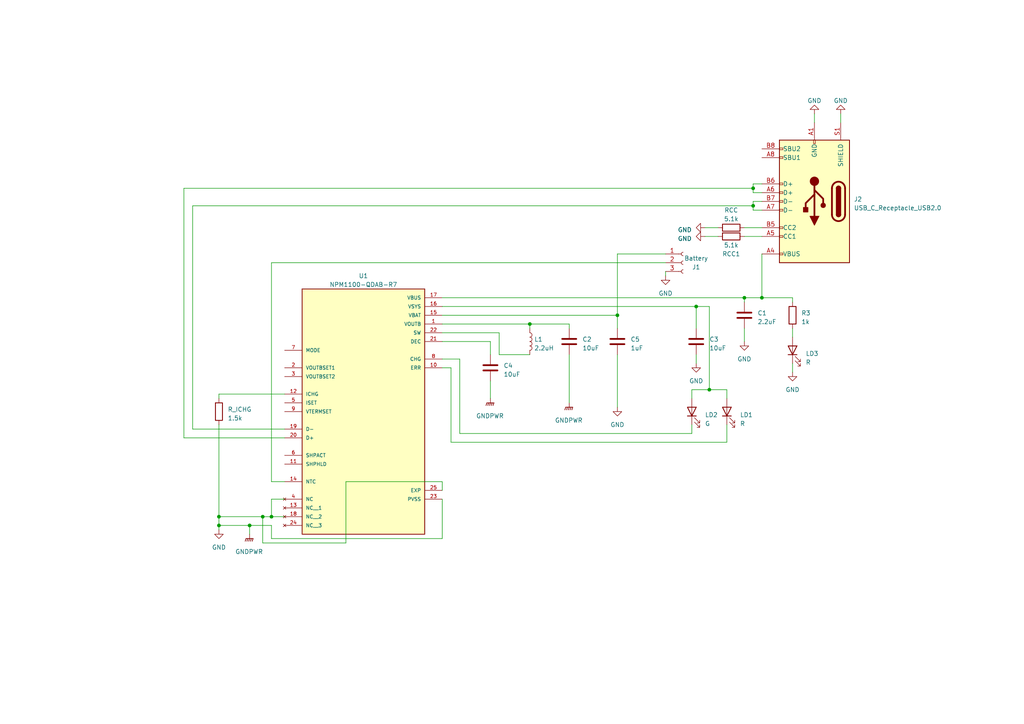
<source format=kicad_sch>
(kicad_sch (version 20230121) (generator eeschema)
  (paper "A4")
  (lib_symbols
    (symbol "Connector:Conn_01x03_Socket" (pin_names (offset 1.016) hide)
      (property "Reference" "J" (at 0 5.08 0))
      (property "Value" "Conn_01x03_Socket" (at 0 -5.08 0))
      (symbol "Conn_01x03_Socket_1_1"
        (arc (start 0 -2.032) (mid -0.5058 -2.54) (end 0 -3.048) (stroke (width 0.1524)))
        (polyline (pts (xy -1.27 -2.54) (xy -0.508 -2.54)) (stroke (width 0.1524)))
        (polyline (pts (xy -1.27 0) (xy -0.508 0)) (stroke (width 0.1524)))
        (polyline (pts (xy -1.27 2.54) (xy -0.508 2.54)) (stroke (width 0.1524)))
        (arc (start 0 0.508) (mid -0.5058 0) (end 0 -0.508) (stroke (width 0.1524)))
        (arc (start 0 3.048) (mid -0.5058 2.54) (end 0 2.032) (stroke (width 0.1524)))
        (pin passive line (at -5.08 2.54 0) (length 3.81) (name "Pin_1") (number "1"))
        (pin passive line (at -5.08 0 0) (length 3.81) (name "Pin_2") (number "2"))
        (pin passive line (at -5.08 -2.54 0) (length 3.81) (name "Pin_3") (number "3"))
      )
    )
    (symbol "Connector:USB_C_Receptacle_USB2.0" (pin_names (offset 1.016))
      (property "Reference" "J" (at -10.16 19.05 0))
      (property "Value" "USB_C_Receptacle_USB2.0" (at 19.05 19.05 0))
      (symbol "USB_C_Receptacle_USB2.0_0_0"
        (rectangle (start -0.254 -17.78) (end 0.254 -16.764))
        (rectangle (start 10.16 -14.986) (end 9.144 -15.494))
        (rectangle (start 10.16 -12.446) (end 9.144 -12.954))
        (rectangle (start 10.16 -4.826) (end 9.144 -5.334))
        (rectangle (start 10.16 -2.286) (end 9.144 -2.794))
        (rectangle (start 10.16 0.254) (end 9.144 -0.254))
        (rectangle (start 10.16 2.794) (end 9.144 2.286))
        (rectangle (start 10.16 7.874) (end 9.144 7.366))
        (rectangle (start 10.16 10.414) (end 9.144 9.906))
        (rectangle (start 10.16 15.494) (end 9.144 14.986))
      )
      (symbol "USB_C_Receptacle_USB2.0_0_1"
        (rectangle (start -10.16 17.78) (end 10.16 -17.78) (stroke (width 0.254)) (fill (type background)))
        (arc (start -8.89 -3.81) (mid -6.985 -5.7067) (end -5.08 -3.81) (stroke (width 0.508)))
        (arc (start -7.62 -3.81) (mid -6.985 -4.4423) (end -6.35 -3.81) (stroke (width 0.254)))
        (arc (start -7.62 -3.81) (mid -6.985 -4.4423) (end -6.35 -3.81) (stroke (width 0.254)) (fill (type outline)))
        (rectangle (start -7.62 -3.81) (end -6.35 3.81) (stroke (width 0.254)) (fill (type outline)))
        (arc (start -6.35 3.81) (mid -6.985 4.4423) (end -7.62 3.81) (stroke (width 0.254)))
        (arc (start -6.35 3.81) (mid -6.985 4.4423) (end -7.62 3.81) (stroke (width 0.254)) (fill (type outline)))
        (arc (start -5.08 3.81) (mid -6.985 5.7067) (end -8.89 3.81) (stroke (width 0.508)))
        (circle (center -2.54 1.143) (radius 0.635) (stroke (width 0.254)) (fill (type outline)))
        (circle (center 0 -5.842) (radius 1.27) (fill (type outline)))
        (polyline (pts (xy -8.89 -3.81) (xy -8.89 3.81)) (stroke (width 0.508)))
        (polyline (pts (xy -5.08 3.81) (xy -5.08 -3.81)) (stroke (width 0.508)))
        (polyline (pts (xy 0 -5.842) (xy 0 4.318)) (stroke (width 0.508)))
        (polyline (pts (xy 0 -3.302) (xy -2.54 -0.762) (xy -2.54 0.508)) (stroke (width 0.508)))
        (polyline (pts (xy 0 -2.032) (xy 2.54 0.508) (xy 2.54 1.778)) (stroke (width 0.508)))
        (polyline (pts (xy -1.27 4.318) (xy 0 6.858) (xy 1.27 4.318) (xy -1.27 4.318)) (stroke (width 0.254)) (fill (type outline)))
        (rectangle (start 1.905 1.778) (end 3.175 3.048) (stroke (width 0.254)) (fill (type outline)))
      )
      (symbol "USB_C_Receptacle_USB2.0_1_1"
        (pin passive line (at 0 -22.86 90) (length 5.08) (name "GND") (number "A1"))
        (pin passive line (at 0 -22.86 90) (length 5.08) hide (name "GND") (number "A12"))
        (pin passive line (at 15.24 15.24 180) (length 5.08) (name "VBUS") (number "A4"))
        (pin bidirectional line (at 15.24 10.16 180) (length 5.08) (name "CC1") (number "A5"))
        (pin bidirectional line (at 15.24 -2.54 180) (length 5.08) (name "D+") (number "A6"))
        (pin bidirectional line (at 15.24 2.54 180) (length 5.08) (name "D-") (number "A7"))
        (pin bidirectional line (at 15.24 -12.7 180) (length 5.08) (name "SBU1") (number "A8"))
        (pin passive line (at 15.24 15.24 180) (length 5.08) hide (name "VBUS") (number "A9"))
        (pin passive line (at 0 -22.86 90) (length 5.08) hide (name "GND") (number "B1"))
        (pin passive line (at 0 -22.86 90) (length 5.08) hide (name "GND") (number "B12"))
        (pin passive line (at 15.24 15.24 180) (length 5.08) hide (name "VBUS") (number "B4"))
        (pin bidirectional line (at 15.24 7.62 180) (length 5.08) (name "CC2") (number "B5"))
        (pin bidirectional line (at 15.24 -5.08 180) (length 5.08) (name "D+") (number "B6"))
        (pin bidirectional line (at 15.24 0 180) (length 5.08) (name "D-") (number "B7"))
        (pin bidirectional line (at 15.24 -15.24 180) (length 5.08) (name "SBU2") (number "B8"))
        (pin passive line (at 15.24 15.24 180) (length 5.08) hide (name "VBUS") (number "B9"))
        (pin passive line (at -7.62 -22.86 90) (length 5.08) (name "SHIELD") (number "S1"))
      )
    )
    (symbol "Device:C" (pin_numbers hide) (pin_names (offset 0.254))
      (property "Reference" "C" (at 0.635 2.54 0))
      (property "Value" "C" (at 0.635 -2.54 0))
      (symbol "C_0_1"
        (polyline (pts (xy -2.032 -0.762) (xy 2.032 -0.762)) (stroke (width 0.508)))
        (polyline (pts (xy -2.032 0.762) (xy 2.032 0.762)) (stroke (width 0.508)))
      )
      (symbol "C_1_1"
        (pin passive line (at 0 3.81 270) (length 2.794) (name "~") (number "1"))
        (pin passive line (at 0 -3.81 90) (length 2.794) (name "~") (number "2"))
      )
    )
    (symbol "Device:L" (pin_numbers hide) (pin_names (offset 1.016) hide)
      (property "Reference" "L" (at -1.27 0 90))
      (property "Value" "L" (at 1.905 0 90))
      (symbol "L_0_1"
        (arc (start 0 -2.54) (mid 0.6323 -1.905) (end 0 -1.27))
        (arc (start 0 -1.27) (mid 0.6323 -0.635) (end 0 0))
        (arc (start 0 0) (mid 0.6323 0.635) (end 0 1.27))
        (arc (start 0 1.27) (mid 0.6323 1.905) (end 0 2.54))
      )
      (symbol "L_1_1"
        (pin passive line (at 0 3.81 270) (length 1.27) (name "1") (number "1"))
        (pin passive line (at 0 -3.81 90) (length 1.27) (name "2") (number "2"))
      )
    )
    (symbol "Device:LED" (pin_numbers hide) (pin_names (offset 1.016) hide)
      (property "Reference" "D" (at 0 2.54 0))
      (property "Value" "LED" (at 0 -2.54 0))
      (symbol "LED_0_1"
        (polyline (pts (xy -1.27 -1.27) (xy -1.27 1.27)) (stroke (width 0.254)))
        (polyline (pts (xy -1.27 0) (xy 1.27 0)))
        (polyline (pts (xy 1.27 -1.27) (xy 1.27 1.27) (xy -1.27 0) (xy 1.27 -1.27)) (stroke (width 0.254)))
        (polyline (pts (xy -3.048 -0.762) (xy -4.572 -2.286) (xy -3.81 -2.286) (xy -4.572 -2.286) (xy -4.572 -1.524)))
        (polyline (pts (xy -1.778 -0.762) (xy -3.302 -2.286) (xy -2.54 -2.286) (xy -3.302 -2.286) (xy -3.302 -1.524)))
      )
      (symbol "LED_1_1"
        (pin passive line (at -3.81 0 0) (length 2.54) (name "K") (number "1"))
        (pin passive line (at 3.81 0 180) (length 2.54) (name "A") (number "2"))
      )
    )
    (symbol "Device:R" (pin_numbers hide) (pin_names (offset 0))
      (property "Reference" "R" (at 2.032 0 90))
      (property "Value" "R" (at 0 0 90))
      (symbol "R_0_1"
        (rectangle (start -1.016 -2.54) (end 1.016 2.54) (stroke (width 0.254)))
      )
      (symbol "R_1_1"
        (pin passive line (at 0 3.81 270) (length 1.27) (name "~") (number "1"))
        (pin passive line (at 0 -3.81 90) (length 1.27) (name "~") (number "2"))
      )
    )
    (symbol "nPM1100:NPM1100-QDAB-R7" (pin_names (offset 1.016))
      (property "Reference" "U" (at -17.78 35.56 0))
      (property "Value" "NPM1100-QDAB-R7" (at -17.78 -40.64 0))
      (symbol "NPM1100-QDAB-R7_0_0"
        (rectangle (start -17.78 -38.1) (end 17.78 33.02) (stroke (width 0.254)) (fill (type background)))
        (pin power_in line (at 22.86 22.86 180) (length 5.08) (name "VOUTB") (number "1"))
        (pin output line (at 22.86 10.16 180) (length 5.08) (name "ERR") (number "10"))
        (pin bidirectional line (at -22.86 -17.78 0) (length 5.08) (name "SHPHLD") (number "11"))
        (pin input line (at -22.86 2.54 0) (length 5.08) (name "ICHG") (number "12"))
        (pin no_connect line (at -22.86 -30.48 0) (length 5.08) (name "NC__1") (number "13"))
        (pin input line (at -22.86 -22.86 0) (length 5.08) (name "NTC") (number "14"))
        (pin power_in line (at 22.86 25.4 180) (length 5.08) (name "VBAT") (number "15"))
        (pin power_in line (at 22.86 27.94 180) (length 5.08) (name "VSYS") (number "16"))
        (pin power_in line (at 22.86 30.48 180) (length 5.08) (name "VBUS") (number "17"))
        (pin no_connect line (at -22.86 -33.02 0) (length 5.08) (name "NC__2") (number "18"))
        (pin input line (at -22.86 -7.62 0) (length 5.08) (name "D-") (number "19"))
        (pin bidirectional line (at -22.86 10.16 0) (length 5.08) (name "VOUTBSET1") (number "2"))
        (pin input line (at -22.86 -10.16 0) (length 5.08) (name "D+") (number "20"))
        (pin power_in line (at 22.86 17.78 180) (length 5.08) (name "DEC") (number "21"))
        (pin power_in line (at 22.86 20.32 180) (length 5.08) (name "SW") (number "22"))
        (pin power_in line (at 22.86 -27.94 180) (length 5.08) (name "PVSS") (number "23"))
        (pin no_connect line (at -22.86 -35.56 0) (length 5.08) (name "NC__3") (number "24"))
        (pin power_in line (at 22.86 -25.4 180) (length 5.08) (name "EXP") (number "25"))
        (pin bidirectional line (at -22.86 7.62 0) (length 5.08) (name "VOUTBSET2") (number "3"))
        (pin no_connect line (at -22.86 -27.94 0) (length 5.08) (name "NC") (number "4"))
        (pin bidirectional line (at -22.86 0 0) (length 5.08) (name "ISET") (number "5"))
        (pin bidirectional line (at -22.86 -15.24 0) (length 5.08) (name "SHPACT") (number "6"))
        (pin bidirectional line (at -22.86 15.24 0) (length 5.08) (name "MODE") (number "7"))
        (pin output line (at 22.86 12.7 180) (length 5.08) (name "CHG") (number "8"))
        (pin bidirectional line (at -22.86 -2.54 0) (length 5.08) (name "VTERMSET") (number "9"))
      )
    )
    (symbol "power:GND" (power) (pin_names (offset 0))
      (property "Value" "GND" (at 0 -3.81 0))
      (symbol "GND_0_1"
        (polyline (pts (xy 0 0) (xy 0 -1.27) (xy 1.27 -1.27) (xy 0 -2.54) (xy -1.27 -1.27) (xy 0 -1.27)))
      )
      (symbol "GND_1_1"
        (pin power_in line (at 0 0 270) (length 0) hide (name "GND") (number "1"))
      )
    )
    (symbol "power:GNDPWR" (power) (pin_names (offset 0))
      (property "Value" "GNDPWR" (at 0 -3.302 0))
      (symbol "GNDPWR_0_1"
        (polyline (pts (xy 0 -1.27) (xy 0 0)))
        (polyline (pts (xy -1.016 -1.27) (xy -1.27 -2.032) (xy -1.27 -2.032)) (stroke (width 0.2032)))
        (polyline (pts (xy -0.508 -1.27) (xy -0.762 -2.032) (xy -0.762 -2.032)) (stroke (width 0.2032)))
        (polyline (pts (xy 0 -1.27) (xy -0.254 -2.032) (xy -0.254 -2.032)) (stroke (width 0.2032)))
        (polyline (pts (xy 0.508 -1.27) (xy 0.254 -2.032) (xy 0.254 -2.032)) (stroke (width 0.2032)))
        (polyline (pts (xy 1.016 -1.27) (xy -1.016 -1.27) (xy -1.016 -1.27)) (stroke (width 0.2032)))
        (polyline (pts (xy 1.016 -1.27) (xy 0.762 -2.032) (xy 0.762 -2.032) (xy 0.762 -2.032)) (stroke (width 0.2032)))
      )
      (symbol "GNDPWR_1_1"
        (pin power_in line (at 0 0 270) (length 0) hide (name "GNDPWR") (number "1"))
      )
    )
  )
  (junction (at 205.74 113.03))
  (junction (at 78.74 149.86))
  (junction (at 63.5 149.86))
  (junction (at 179.07 91.44))
  (junction (at 76.2 149.86))
  (junction (at 63.5 152.4))
  (junction (at 215.9 86.36))
  (junction (at 72.39 152.4))
  (junction (at 201.93 88.9))
  (junction (at 220.98 86.36))
  (junction (at 218.44 59.69))
  (junction (at 218.44 54.61))
  (junction (at 153.67 93.98))
  (wire (pts (xy 229.87 95.25) (xy 229.87 97.79)))
  (wire (pts (xy 133.35 104.14) (xy 133.35 125.73)))
  (wire (pts (xy 63.5 123.19) (xy 63.5 149.86)))
  (wire (pts (xy 218.44 55.88) (xy 218.44 54.61)))
  (wire (pts (xy 229.87 105.41) (xy 229.87 107.95)))
  (wire (pts (xy 144.78 102.87) (xy 153.67 102.87)))
  (wire (pts (xy 165.1 95.25) (xy 165.1 93.98)))
  (wire (pts (xy 165.1 102.87) (xy 165.1 116.84)))
  (wire (pts (xy 220.98 60.96) (xy 218.44 60.96)))
  (wire (pts (xy 205.74 113.03) (xy 200.66 113.03)))
  (wire (pts (xy 128.27 156.21) (xy 78.74 156.21)))
  (wire (pts (xy 82.55 127) (xy 53.34 127)))
  (wire (pts (xy 63.5 152.4) (xy 72.39 152.4)))
  (wire (pts (xy 144.78 96.52) (xy 144.78 102.87)))
  (wire (pts (xy 243.84 33.02) (xy 243.84 35.56)))
  (wire (pts (xy 100.33 157.48) (xy 76.2 157.48)))
  (wire (pts (xy 220.98 86.36) (xy 215.9 86.36)))
  (wire (pts (xy 133.35 104.14) (xy 128.27 104.14)))
  (wire (pts (xy 53.34 127) (xy 53.34 54.61)))
  (wire (pts (xy 82.55 144.78) (xy 78.74 144.78)))
  (wire (pts (xy 153.67 93.98) (xy 165.1 93.98)))
  (wire (pts (xy 130.81 106.68) (xy 128.27 106.68)))
  (wire (pts (xy 63.5 114.3) (xy 82.55 114.3)))
  (wire (pts (xy 72.39 152.4) (xy 72.39 154.94)))
  (wire (pts (xy 205.74 88.9) (xy 205.74 113.03)))
  (wire (pts (xy 201.93 102.87) (xy 201.93 105.41)))
  (wire (pts (xy 78.74 152.4) (xy 72.39 152.4)))
  (wire (pts (xy 128.27 88.9) (xy 201.93 88.9)))
  (wire (pts (xy 100.33 139.7) (xy 100.33 157.48)))
  (wire (pts (xy 153.67 93.98) (xy 153.67 95.25)))
  (wire (pts (xy 215.9 68.58) (xy 220.98 68.58)))
  (wire (pts (xy 128.27 86.36) (xy 215.9 86.36)))
  (wire (pts (xy 78.74 139.7) (xy 82.55 139.7)))
  (wire (pts (xy 200.66 113.03) (xy 200.66 115.57)))
  (wire (pts (xy 130.81 128.27) (xy 210.82 128.27)))
  (wire (pts (xy 200.66 125.73) (xy 200.66 123.19)))
  (wire (pts (xy 204.47 66.04) (xy 208.28 66.04)))
  (wire (pts (xy 142.24 102.87) (xy 142.24 99.06)))
  (wire (pts (xy 78.74 139.7) (xy 78.74 76.2)))
  (wire (pts (xy 142.24 99.06) (xy 128.27 99.06)))
  (wire (pts (xy 220.98 73.66) (xy 220.98 86.36)))
  (wire (pts (xy 128.27 96.52) (xy 144.78 96.52)))
  (wire (pts (xy 128.27 91.44) (xy 179.07 91.44)))
  (wire (pts (xy 128.27 93.98) (xy 153.67 93.98)))
  (wire (pts (xy 193.04 73.66) (xy 179.07 73.66)))
  (wire (pts (xy 201.93 88.9) (xy 205.74 88.9)))
  (wire (pts (xy 128.27 139.7) (xy 100.33 139.7)))
  (wire (pts (xy 63.5 115.57) (xy 63.5 114.3)))
  (wire (pts (xy 220.98 86.36) (xy 229.87 86.36)))
  (wire (pts (xy 218.44 60.96) (xy 218.44 59.69)))
  (wire (pts (xy 128.27 142.24) (xy 128.27 139.7)))
  (wire (pts (xy 82.55 124.46) (xy 55.88 124.46)))
  (wire (pts (xy 193.04 78.74) (xy 193.04 80.01)))
  (wire (pts (xy 78.74 156.21) (xy 78.74 152.4)))
  (wire (pts (xy 128.27 144.78) (xy 128.27 156.21)))
  (wire (pts (xy 76.2 157.48) (xy 76.2 149.86)))
  (wire (pts (xy 229.87 87.63) (xy 229.87 86.36)))
  (wire (pts (xy 78.74 144.78) (xy 78.74 149.86)))
  (wire (pts (xy 55.88 124.46) (xy 55.88 59.69)))
  (wire (pts (xy 215.9 86.36) (xy 215.9 87.63)))
  (wire (pts (xy 53.34 54.61) (xy 218.44 54.61)))
  (wire (pts (xy 218.44 53.34) (xy 218.44 54.61)))
  (wire (pts (xy 179.07 91.44) (xy 179.07 95.25)))
  (wire (pts (xy 220.98 53.34) (xy 218.44 53.34)))
  (wire (pts (xy 78.74 76.2) (xy 193.04 76.2)))
  (wire (pts (xy 78.74 149.86) (xy 82.55 149.86)))
  (wire (pts (xy 76.2 149.86) (xy 78.74 149.86)))
  (wire (pts (xy 205.74 113.03) (xy 210.82 113.03)))
  (wire (pts (xy 218.44 58.42) (xy 218.44 59.69)))
  (wire (pts (xy 220.98 55.88) (xy 218.44 55.88)))
  (wire (pts (xy 179.07 102.87) (xy 179.07 118.11)))
  (wire (pts (xy 215.9 95.25) (xy 215.9 99.06)))
  (wire (pts (xy 63.5 149.86) (xy 76.2 149.86)))
  (wire (pts (xy 210.82 115.57) (xy 210.82 113.03)))
  (wire (pts (xy 215.9 66.04) (xy 220.98 66.04)))
  (wire (pts (xy 63.5 152.4) (xy 63.5 153.67)))
  (wire (pts (xy 210.82 128.27) (xy 210.82 123.19)))
  (wire (pts (xy 55.88 59.69) (xy 218.44 59.69)))
  (wire (pts (xy 179.07 73.66) (xy 179.07 91.44)))
  (wire (pts (xy 204.47 68.58) (xy 208.28 68.58)))
  (wire (pts (xy 236.22 33.02) (xy 236.22 35.56)))
  (wire (pts (xy 220.98 58.42) (xy 218.44 58.42)))
  (wire (pts (xy 142.24 110.49) (xy 142.24 115.57)))
  (wire (pts (xy 63.5 149.86) (xy 63.5 152.4)))
  (wire (pts (xy 133.35 125.73) (xy 200.66 125.73)))
  (wire (pts (xy 130.81 106.68) (xy 130.81 128.27)))
  (wire (pts (xy 201.93 88.9) (xy 201.93 95.25)))
  (symbol (lib_id "Device:R") (at 229.87 91.44 0) (unit 1)
    (property "Reference" "R3" (at 232.41 90.805 0) (effects (justify left)))
    (property "Value" "1k" (at 232.41 93.345 0) (effects (justify left)))
    (property "Footprint" "Resistor_SMD:R_0201_0603Metric" (effects hide))
  )
  (symbol (lib_id "nPM1100:NPM1100-QDAB-R7") (at 105.41 116.84 0) (unit 1)
    (property "Reference" "U1" (at 105.41 80.01 0))
    (property "Value" "NPM1100-QDAB-R7" (at 105.41 82.55 0))
    (property "Footprint" "NPM1100-QDAB-R7:QFN50P400X400X90-25N" (effects hide))
    (property "MF" "Nordic Semiconductor ASA" (effects hide))
    (property "MAXIMUM_PACKAGE_HEIGHT" "0.90mm" (effects hide))
    (property "Package" "None" (effects hide))
    (property "Price" "None" (effects hide))
    (property "Check_prices" "https://www.snapeda.com/parts/NPM1100-QDAB-R7/Nordic+Power/view-part/?ref=eda" (effects hide))
    (property "STANDARD" "IPC-7351B" (effects hide))
    (property "PARTREV" "1.3" (effects hide))
    (property "SnapEDA_Link" "https://www.snapeda.com/parts/NPM1100-QDAB-R7/Nordic+Power/view-part/?ref=snap" (effects hide))
    (property "MP" "NPM1100-QDAB-R7" (effects hide))
    (property "Description" "\n                        \n                            Battery Power Management IC Lithium Ion/Polymer 24-QFN (4x4)\n                        \n" (effects hide))
    (property "MANUFACTURER" "Nordic Semiconductor" (effects hide))
    (property "Availability" "In Stock" (effects hide))
    (property "SNAPEDA_PN" "NPM1100-QDAB-R7" (effects hide))
  )
  (symbol (lib_id "Device:R") (at 63.5 119.38 0) (unit 1)
    (property "Reference" "R_ICHG" (at 66.04 118.745 0) (effects (justify left)))
    (property "Value" "1.5k" (at 66.04 121.285 0) (effects (justify left)))
    (property "Footprint" "Resistor_SMD:R_0201_0603Metric" (effects hide))
  )
  (symbol (lib_id "Device:L") (at 153.67 99.06 0) (unit 1)
    (property "Reference" "L1" (at 154.94 98.425 0) (effects (justify left)))
    (property "Value" "2.2uH" (at 154.94 100.965 0) (effects (justify left)))
    (property "Footprint" "Inductor_SMD:L_0805_2012Metric" (effects hide))
  )
  (symbol (lib_id "Connector:USB_C_Receptacle_USB2.0") (at 236.22 58.42 180) (unit 1)
    (property "Reference" "J2" (at 247.65 57.785 0) (effects (justify right)))
    (property "Value" "USB_C_Receptacle_USB2.0" (at 247.65 60.325 0) (effects (justify right)))
    (property "Footprint" "Connector_USB:USB_C_Receptacle_Palconn_UTC16-G" (effects hide))
    (property "Datasheet" "https://www.usb.org/sites/default/files/documents/usb_type-c.zip" (effects hide))
  )
  (symbol (lib_id "Device:LED") (at 210.82 119.38 90) (unit 1)
    (property "Reference" "LD1" (at 214.63 120.3325 90) (effects (justify right)))
    (property "Value" "R" (at 214.63 122.8725 90) (effects (justify right)))
    (property "Footprint" "LED_SMD:LED_0201_0603Metric" (effects hide))
  )
  (symbol (lib_id "power:GND") (at 215.9 99.06 0) (unit 1)
    (property "Reference" "#PWR01" (effects hide))
    (property "Value" "GND" (at 215.9 104.14 0))
  )
  (symbol (lib_id "power:GNDPWR") (at 72.39 154.94 0) (unit 1)
    (property "Reference" "#PWR08" (effects hide))
    (property "Value" "GNDPWR" (at 72.263 160.02 0))
  )
  (symbol (lib_id "Device:C") (at 215.9 91.44 0) (unit 1)
    (property "Reference" "C1" (at 219.71 90.805 0) (effects (justify left)))
    (property "Value" "2.2uF" (at 219.71 93.345 0) (effects (justify left)))
    (property "Footprint" "Capacitor_SMD:C_0603_1608Metric" (effects hide))
  )
  (symbol (lib_id "Device:LED") (at 200.66 119.38 90) (unit 1)
    (property "Reference" "LD2" (at 204.47 120.3325 90) (effects (justify right)))
    (property "Value" "G" (at 204.47 122.8725 90) (effects (justify right)))
    (property "Footprint" "LED_SMD:LED_0201_0603Metric" (effects hide))
  )
  (symbol (lib_id "power:GND") (at 243.84 33.02 180) (unit 1)
    (property "Reference" "#PWR014" (effects hide))
    (property "Value" "GND" (at 243.84 29.21 0))
  )
  (symbol (lib_id "Device:R") (at 212.09 68.58 90) (unit 1)
    (property "Reference" "RCC1" (at 212.09 73.66 90))
    (property "Value" "5.1k" (at 212.09 71.12 90))
    (property "Footprint" "Resistor_SMD:R_0201_0603Metric" (effects hide))
  )
  (symbol (lib_id "power:GND") (at 236.22 33.02 180) (unit 1)
    (property "Reference" "#PWR013" (effects hide))
    (property "Value" "GND" (at 236.22 29.21 0))
  )
  (symbol (lib_id "Device:R") (at 212.09 66.04 90) (unit 1)
    (property "Reference" "RCC" (at 212.09 60.96 90))
    (property "Value" "5.1k" (at 212.09 63.5 90))
    (property "Footprint" "Resistor_SMD:R_0201_0603Metric" (effects hide))
  )
  (symbol (lib_id "power:GNDPWR") (at 142.24 115.57 0) (unit 1)
    (property "Reference" "#PWR02" (effects hide))
    (property "Value" "GNDPWR" (at 142.113 120.65 0))
  )
  (symbol (lib_id "Connector:Conn_01x03_Socket") (at 198.12 76.2 0) (unit 1)
    (property "Reference" "J1" (at 201.93 77.47 0))
    (property "Value" "Battery" (at 201.93 74.93 0))
    (property "Footprint" "Connector_JST:JST_XH_B3B-XH-A_1x03_P2.50mm_Vertical" (effects hide))
  )
  (symbol (lib_id "Device:C") (at 179.07 99.06 0) (unit 1)
    (property "Reference" "C5" (at 182.88 98.425 0) (effects (justify left)))
    (property "Value" "1uF" (at 182.88 100.965 0) (effects (justify left)))
    (property "Footprint" "Capacitor_SMD:C_0603_1608Metric" (effects hide))
  )
  (symbol (lib_id "power:GND") (at 204.47 66.04 270) (unit 1)
    (property "Reference" "#PWR012" (effects hide))
    (property "Value" "GND" (at 200.66 66.675 90) (effects (justify right)))
  )
  (symbol (lib_id "Device:LED") (at 229.87 101.6 90) (unit 1)
    (property "Reference" "LD3" (at 233.68 102.5525 90) (effects (justify right)))
    (property "Value" "R" (at 233.68 105.0925 90) (effects (justify right)))
    (property "Footprint" "LED_SMD:LED_0201_0603Metric" (effects hide))
  )
  (symbol (lib_id "power:GND") (at 229.87 107.95 0) (unit 1)
    (property "Reference" "#PWR03" (effects hide))
    (property "Value" "GND" (at 229.87 113.03 0))
  )
  (symbol (lib_id "power:GND") (at 63.5 153.67 0) (unit 1)
    (property "Reference" "#PWR07" (effects hide))
    (property "Value" "GND" (at 63.5 158.75 0))
  )
  (symbol (lib_id "power:GND") (at 204.47 68.58 270) (unit 1)
    (property "Reference" "#PWR015" (effects hide))
    (property "Value" "GND" (at 200.66 69.215 90) (effects (justify right)))
  )
  (symbol (lib_id "power:GND") (at 179.07 118.11 0) (unit 1)
    (property "Reference" "#PWR06" (effects hide))
    (property "Value" "GND" (at 179.07 123.19 0))
  )
  (symbol (lib_id "power:GND") (at 201.93 105.41 0) (unit 1)
    (property "Reference" "#PWR04" (effects hide))
    (property "Value" "GND" (at 201.93 110.49 0))
  )
  (symbol (lib_id "Device:C") (at 165.1 99.06 0) (unit 1)
    (property "Reference" "C2" (at 168.91 98.425 0) (effects (justify left)))
    (property "Value" "10uF" (at 168.91 100.965 0) (effects (justify left)))
    (property "Footprint" "Capacitor_SMD:C_0603_1608Metric" (effects hide))
  )
  (symbol (lib_id "Device:C") (at 201.93 99.06 0) (unit 1)
    (property "Reference" "C3" (at 205.74 98.425 0) (effects (justify left)))
    (property "Value" "10uF" (at 205.74 100.965 0) (effects (justify left)))
    (property "Footprint" "Capacitor_SMD:C_0603_1608Metric" (effects hide))
  )
  (symbol (lib_id "Device:C") (at 142.24 106.68 0) (unit 1)
    (property "Reference" "C4" (at 146.05 106.045 0) (effects (justify left)))
    (property "Value" "10uF" (at 146.05 108.585 0) (effects (justify left)))
    (property "Footprint" "Capacitor_SMD:C_0603_1608Metric" (effects hide))
  )
  (symbol (lib_id "power:GNDPWR") (at 165.1 116.84 0) (unit 1)
    (property "Reference" "#PWR05" (effects hide))
    (property "Value" "GNDPWR" (at 164.973 121.92 0))
  )
  (symbol (lib_id "power:GND") (at 193.04 80.01 0) (unit 1)
    (property "Reference" "#PWR09" (effects hide))
    (property "Value" "GND" (at 193.04 85.09 0))
  )
)
</source>
